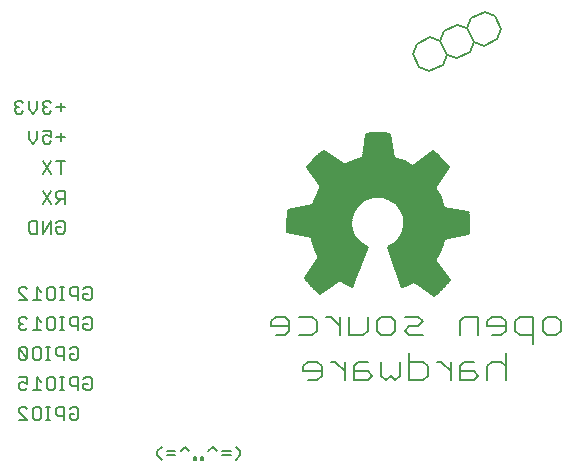
<source format=gbo>
G75*
%MOIN*%
%OFA0B0*%
%FSLAX25Y25*%
%IPPOS*%
%LPD*%
%AMOC8*
5,1,8,0,0,1.08239X$1,22.5*
%
%ADD10C,0.00800*%
%ADD11C,0.00500*%
%ADD12C,0.00600*%
D10*
X0043929Y0025270D02*
X0046732Y0025270D01*
X0043929Y0028072D01*
X0043929Y0028773D01*
X0044630Y0029474D01*
X0046031Y0029474D01*
X0046732Y0028773D01*
X0048533Y0028773D02*
X0049234Y0029474D01*
X0050635Y0029474D01*
X0051335Y0028773D01*
X0051335Y0025971D01*
X0050635Y0025270D01*
X0049234Y0025270D01*
X0048533Y0025971D01*
X0048533Y0028773D01*
X0053004Y0029474D02*
X0054405Y0029474D01*
X0053704Y0029474D02*
X0053704Y0025270D01*
X0053004Y0025270D02*
X0054405Y0025270D01*
X0056206Y0027372D02*
X0056907Y0026671D01*
X0059009Y0026671D01*
X0059009Y0025270D02*
X0059009Y0029474D01*
X0056907Y0029474D01*
X0056206Y0028773D01*
X0056206Y0027372D01*
X0060810Y0027372D02*
X0060810Y0025971D01*
X0061511Y0025270D01*
X0062912Y0025270D01*
X0063613Y0025971D01*
X0063613Y0028773D01*
X0062912Y0029474D01*
X0061511Y0029474D01*
X0060810Y0028773D01*
X0060810Y0027372D02*
X0062211Y0027372D01*
X0063613Y0035270D02*
X0063613Y0039474D01*
X0061511Y0039474D01*
X0060810Y0038773D01*
X0060810Y0037372D01*
X0061511Y0036671D01*
X0063613Y0036671D01*
X0065414Y0035971D02*
X0066115Y0035270D01*
X0067516Y0035270D01*
X0068217Y0035971D01*
X0068217Y0038773D01*
X0067516Y0039474D01*
X0066115Y0039474D01*
X0065414Y0038773D01*
X0065414Y0037372D02*
X0066815Y0037372D01*
X0065414Y0037372D02*
X0065414Y0035971D01*
X0059009Y0035270D02*
X0057607Y0035270D01*
X0058308Y0035270D02*
X0058308Y0039474D01*
X0059009Y0039474D02*
X0057607Y0039474D01*
X0055939Y0038773D02*
X0055939Y0035971D01*
X0055239Y0035270D01*
X0053838Y0035270D01*
X0053137Y0035971D01*
X0053137Y0038773D01*
X0053838Y0039474D01*
X0055239Y0039474D01*
X0055939Y0038773D01*
X0051335Y0038072D02*
X0049934Y0039474D01*
X0049934Y0035270D01*
X0051335Y0035270D02*
X0048533Y0035270D01*
X0046732Y0035971D02*
X0046031Y0035270D01*
X0044630Y0035270D01*
X0043929Y0035971D01*
X0043929Y0037372D01*
X0044630Y0038072D01*
X0045330Y0038072D01*
X0046732Y0037372D01*
X0046732Y0039474D01*
X0043929Y0039474D01*
X0044630Y0045270D02*
X0046031Y0045270D01*
X0046732Y0045971D01*
X0043929Y0048773D01*
X0043929Y0045971D01*
X0044630Y0045270D01*
X0046732Y0045971D02*
X0046732Y0048773D01*
X0046031Y0049474D01*
X0044630Y0049474D01*
X0043929Y0048773D01*
X0048533Y0048773D02*
X0049234Y0049474D01*
X0050635Y0049474D01*
X0051335Y0048773D01*
X0051335Y0045971D01*
X0050635Y0045270D01*
X0049234Y0045270D01*
X0048533Y0045971D01*
X0048533Y0048773D01*
X0053004Y0049474D02*
X0054405Y0049474D01*
X0053704Y0049474D02*
X0053704Y0045270D01*
X0053004Y0045270D02*
X0054405Y0045270D01*
X0056206Y0047372D02*
X0056907Y0046671D01*
X0059009Y0046671D01*
X0059009Y0045270D02*
X0059009Y0049474D01*
X0056907Y0049474D01*
X0056206Y0048773D01*
X0056206Y0047372D01*
X0060810Y0047372D02*
X0060810Y0045971D01*
X0061511Y0045270D01*
X0062912Y0045270D01*
X0063613Y0045971D01*
X0063613Y0048773D01*
X0062912Y0049474D01*
X0061511Y0049474D01*
X0060810Y0048773D01*
X0060810Y0047372D02*
X0062211Y0047372D01*
X0063613Y0055270D02*
X0063613Y0059474D01*
X0061511Y0059474D01*
X0060810Y0058773D01*
X0060810Y0057372D01*
X0061511Y0056671D01*
X0063613Y0056671D01*
X0065414Y0055971D02*
X0065414Y0057372D01*
X0066815Y0057372D01*
X0065414Y0058773D02*
X0066115Y0059474D01*
X0067516Y0059474D01*
X0068217Y0058773D01*
X0068217Y0055971D01*
X0067516Y0055270D01*
X0066115Y0055270D01*
X0065414Y0055971D01*
X0059009Y0055270D02*
X0057607Y0055270D01*
X0058308Y0055270D02*
X0058308Y0059474D01*
X0059009Y0059474D02*
X0057607Y0059474D01*
X0055939Y0058773D02*
X0055939Y0055971D01*
X0055239Y0055270D01*
X0053838Y0055270D01*
X0053137Y0055971D01*
X0053137Y0058773D01*
X0053838Y0059474D01*
X0055239Y0059474D01*
X0055939Y0058773D01*
X0051335Y0058072D02*
X0049934Y0059474D01*
X0049934Y0055270D01*
X0051335Y0055270D02*
X0048533Y0055270D01*
X0046732Y0055971D02*
X0046031Y0055270D01*
X0044630Y0055270D01*
X0043929Y0055971D01*
X0043929Y0056671D01*
X0044630Y0057372D01*
X0045330Y0057372D01*
X0044630Y0057372D02*
X0043929Y0058072D01*
X0043929Y0058773D01*
X0044630Y0059474D01*
X0046031Y0059474D01*
X0046732Y0058773D01*
X0046732Y0065270D02*
X0043929Y0065270D01*
X0043929Y0068072D02*
X0046732Y0065270D01*
X0048533Y0065270D02*
X0051335Y0065270D01*
X0049934Y0065270D02*
X0049934Y0069474D01*
X0051335Y0068072D01*
X0053137Y0068773D02*
X0053838Y0069474D01*
X0055239Y0069474D01*
X0055939Y0068773D01*
X0055939Y0065971D01*
X0055239Y0065270D01*
X0053838Y0065270D01*
X0053137Y0065971D01*
X0053137Y0068773D01*
X0057607Y0069474D02*
X0059009Y0069474D01*
X0058308Y0069474D02*
X0058308Y0065270D01*
X0059009Y0065270D02*
X0057607Y0065270D01*
X0060810Y0067372D02*
X0061511Y0066671D01*
X0063613Y0066671D01*
X0063613Y0065270D02*
X0063613Y0069474D01*
X0061511Y0069474D01*
X0060810Y0068773D01*
X0060810Y0067372D01*
X0065414Y0067372D02*
X0066815Y0067372D01*
X0065414Y0067372D02*
X0065414Y0065971D01*
X0066115Y0065270D01*
X0067516Y0065270D01*
X0068217Y0065971D01*
X0068217Y0068773D01*
X0067516Y0069474D01*
X0066115Y0069474D01*
X0065414Y0068773D01*
X0046732Y0068773D02*
X0046031Y0069474D01*
X0044630Y0069474D01*
X0043929Y0068773D01*
X0043929Y0068072D01*
X0047865Y0087396D02*
X0047165Y0088097D01*
X0047165Y0090899D01*
X0047865Y0091600D01*
X0049967Y0091600D01*
X0049967Y0087396D01*
X0047865Y0087396D01*
X0051768Y0087396D02*
X0051768Y0091600D01*
X0054571Y0091600D02*
X0051768Y0087396D01*
X0054571Y0087396D02*
X0054571Y0091600D01*
X0056372Y0090899D02*
X0057073Y0091600D01*
X0058474Y0091600D01*
X0059175Y0090899D01*
X0059175Y0088097D01*
X0058474Y0087396D01*
X0057073Y0087396D01*
X0056372Y0088097D01*
X0056372Y0089498D01*
X0057774Y0089498D01*
X0059175Y0097396D02*
X0059175Y0101600D01*
X0057073Y0101600D01*
X0056372Y0100899D01*
X0056372Y0099498D01*
X0057073Y0098797D01*
X0059175Y0098797D01*
X0057774Y0098797D02*
X0056372Y0097396D01*
X0054571Y0097396D02*
X0051768Y0101600D01*
X0054571Y0101600D02*
X0051768Y0097396D01*
X0051768Y0107396D02*
X0054571Y0111600D01*
X0056372Y0111600D02*
X0059175Y0111600D01*
X0057774Y0111600D02*
X0057774Y0107396D01*
X0054571Y0107396D02*
X0051768Y0111600D01*
X0052469Y0117396D02*
X0053870Y0117396D01*
X0054571Y0118097D01*
X0054571Y0119498D02*
X0053170Y0120198D01*
X0052469Y0120198D01*
X0051768Y0119498D01*
X0051768Y0118097D01*
X0052469Y0117396D01*
X0049967Y0118797D02*
X0048566Y0117396D01*
X0047165Y0118797D01*
X0047165Y0121600D01*
X0049967Y0121600D02*
X0049967Y0118797D01*
X0054571Y0119498D02*
X0054571Y0121600D01*
X0051768Y0121600D01*
X0056372Y0119498D02*
X0059175Y0119498D01*
X0057774Y0120899D02*
X0057774Y0118097D01*
X0053870Y0127396D02*
X0054571Y0128097D01*
X0053870Y0127396D02*
X0052469Y0127396D01*
X0051768Y0128097D01*
X0051768Y0128797D01*
X0052469Y0129498D01*
X0053170Y0129498D01*
X0052469Y0129498D02*
X0051768Y0130198D01*
X0051768Y0130899D01*
X0052469Y0131600D01*
X0053870Y0131600D01*
X0054571Y0130899D01*
X0056372Y0129498D02*
X0059175Y0129498D01*
X0057774Y0130899D02*
X0057774Y0128097D01*
X0049967Y0128797D02*
X0049967Y0131600D01*
X0047165Y0131600D02*
X0047165Y0128797D01*
X0048566Y0127396D01*
X0049967Y0128797D01*
X0045363Y0128097D02*
X0044662Y0127396D01*
X0043261Y0127396D01*
X0042561Y0128097D01*
X0042561Y0128797D01*
X0043261Y0129498D01*
X0043962Y0129498D01*
X0043261Y0129498D02*
X0042561Y0130198D01*
X0042561Y0130899D01*
X0043261Y0131600D01*
X0044662Y0131600D01*
X0045363Y0130899D01*
X0127917Y0058117D02*
X0129452Y0059652D01*
X0132521Y0059652D01*
X0134056Y0058117D01*
X0134056Y0055048D01*
X0132521Y0053513D01*
X0129452Y0053513D01*
X0127917Y0056583D02*
X0134056Y0056583D01*
X0137125Y0053513D02*
X0141729Y0053513D01*
X0143264Y0055048D01*
X0143264Y0058117D01*
X0141729Y0059652D01*
X0137125Y0059652D01*
X0146333Y0059652D02*
X0147868Y0059652D01*
X0150937Y0056583D01*
X0150937Y0059652D02*
X0150937Y0053513D01*
X0154006Y0053513D02*
X0154006Y0059652D01*
X0160145Y0059652D02*
X0160145Y0055048D01*
X0158610Y0053513D01*
X0154006Y0053513D01*
X0163214Y0055048D02*
X0163214Y0058117D01*
X0164749Y0059652D01*
X0167818Y0059652D01*
X0169353Y0058117D01*
X0169353Y0055048D01*
X0167818Y0053513D01*
X0164749Y0053513D01*
X0163214Y0055048D01*
X0172422Y0055048D02*
X0173957Y0056583D01*
X0177026Y0056583D01*
X0178561Y0058117D01*
X0177026Y0059652D01*
X0172422Y0059652D01*
X0172422Y0055048D02*
X0173957Y0053513D01*
X0178561Y0053513D01*
X0190838Y0053513D02*
X0190838Y0058117D01*
X0192372Y0059652D01*
X0196976Y0059652D01*
X0196976Y0053513D01*
X0200046Y0056583D02*
X0206184Y0056583D01*
X0206184Y0058117D02*
X0206184Y0055048D01*
X0204650Y0053513D01*
X0201580Y0053513D01*
X0200046Y0056583D02*
X0200046Y0058117D01*
X0201580Y0059652D01*
X0204650Y0059652D01*
X0206184Y0058117D01*
X0209254Y0058117D02*
X0209254Y0055048D01*
X0210788Y0053513D01*
X0215392Y0053513D01*
X0218461Y0055048D02*
X0218461Y0058117D01*
X0219996Y0059652D01*
X0223065Y0059652D01*
X0224600Y0058117D01*
X0224600Y0055048D01*
X0223065Y0053513D01*
X0219996Y0053513D01*
X0218461Y0055048D01*
X0215392Y0050444D02*
X0215392Y0059652D01*
X0210788Y0059652D01*
X0209254Y0058117D01*
X0206184Y0047721D02*
X0206184Y0038513D01*
X0200046Y0038513D02*
X0200046Y0043117D01*
X0201580Y0044652D01*
X0204650Y0044652D01*
X0206184Y0043117D01*
X0196976Y0040048D02*
X0195442Y0041583D01*
X0190838Y0041583D01*
X0190838Y0043117D02*
X0190838Y0038513D01*
X0195442Y0038513D01*
X0196976Y0040048D01*
X0192372Y0044652D02*
X0190838Y0043117D01*
X0192372Y0044652D02*
X0195442Y0044652D01*
X0187769Y0044652D02*
X0187769Y0038513D01*
X0187769Y0041583D02*
X0184699Y0044652D01*
X0183165Y0044652D01*
X0180095Y0043117D02*
X0178561Y0044652D01*
X0173957Y0044652D01*
X0173957Y0047721D02*
X0173957Y0038513D01*
X0178561Y0038513D01*
X0180095Y0040048D01*
X0180095Y0043117D01*
X0170887Y0044652D02*
X0170887Y0040048D01*
X0169353Y0038513D01*
X0167818Y0040048D01*
X0166284Y0038513D01*
X0164749Y0040048D01*
X0164749Y0044652D01*
X0160145Y0044652D02*
X0157076Y0044652D01*
X0155541Y0043117D01*
X0155541Y0038513D01*
X0160145Y0038513D01*
X0161680Y0040048D01*
X0160145Y0041583D01*
X0155541Y0041583D01*
X0152472Y0041583D02*
X0149402Y0044652D01*
X0147868Y0044652D01*
X0144798Y0043117D02*
X0143264Y0044652D01*
X0140195Y0044652D01*
X0138660Y0043117D01*
X0138660Y0041583D01*
X0144798Y0041583D01*
X0144798Y0043117D02*
X0144798Y0040048D01*
X0143264Y0038513D01*
X0140195Y0038513D01*
X0152472Y0038513D02*
X0152472Y0044652D01*
X0127917Y0056583D02*
X0127917Y0058117D01*
X0116159Y0016265D02*
X0117561Y0014864D01*
X0117561Y0013463D01*
X0116159Y0012061D01*
X0114491Y0013463D02*
X0111689Y0013463D01*
X0111689Y0014864D02*
X0114491Y0014864D01*
X0109887Y0014864D02*
X0108486Y0016265D01*
X0107085Y0014864D01*
X0105284Y0012762D02*
X0105284Y0012061D01*
X0104583Y0012061D01*
X0104583Y0012762D01*
X0105284Y0012762D01*
X0102982Y0012762D02*
X0102982Y0012061D01*
X0102281Y0012061D01*
X0102281Y0012762D01*
X0102982Y0012762D01*
X0100680Y0014864D02*
X0099278Y0016265D01*
X0097877Y0014864D01*
X0096076Y0014864D02*
X0093273Y0014864D01*
X0093273Y0013463D02*
X0096076Y0013463D01*
X0091472Y0012061D02*
X0090071Y0013463D01*
X0090071Y0014864D01*
X0091472Y0016265D01*
D11*
X0142548Y0068813D02*
X0144248Y0067313D01*
X0150848Y0072013D01*
X0152048Y0071213D01*
X0153648Y0070313D01*
X0154948Y0069713D01*
X0160148Y0082913D01*
X0158934Y0083500D01*
X0157826Y0084269D01*
X0156852Y0085202D01*
X0156036Y0086276D01*
X0155398Y0087464D01*
X0154953Y0088738D01*
X0154713Y0090065D01*
X0154684Y0091413D01*
X0154865Y0092749D01*
X0155254Y0094041D01*
X0155839Y0095256D01*
X0156607Y0096364D01*
X0157539Y0097339D01*
X0158612Y0098156D01*
X0159800Y0098795D01*
X0161073Y0099241D01*
X0162400Y0099483D01*
X0163748Y0099513D01*
X0165071Y0099419D01*
X0166363Y0099122D01*
X0167594Y0098630D01*
X0168735Y0097953D01*
X0169758Y0097109D01*
X0170638Y0096118D01*
X0171355Y0095002D01*
X0171892Y0093790D01*
X0172235Y0092509D01*
X0172377Y0091190D01*
X0172314Y0089866D01*
X0172048Y0088567D01*
X0171585Y0087324D01*
X0170936Y0086168D01*
X0170116Y0085126D01*
X0169146Y0084222D01*
X0168048Y0083479D01*
X0166848Y0082913D01*
X0171548Y0069413D01*
X0172748Y0069913D01*
X0174148Y0070613D01*
X0175548Y0071413D01*
X0182148Y0066713D01*
X0183448Y0067713D01*
X0185048Y0069113D01*
X0186248Y0070413D01*
X0187448Y0071813D01*
X0182748Y0078513D01*
X0183848Y0080613D01*
X0184648Y0082413D01*
X0185248Y0083913D01*
X0185648Y0085713D01*
X0193748Y0087213D01*
X0193848Y0088813D01*
X0193848Y0093313D01*
X0193748Y0094613D01*
X0185648Y0095813D01*
X0185048Y0097913D01*
X0184448Y0099513D01*
X0183648Y0101213D01*
X0182648Y0102713D01*
X0187348Y0109513D01*
X0186048Y0110913D01*
X0184748Y0112313D01*
X0183448Y0113513D01*
X0181948Y0114813D01*
X0175248Y0110013D01*
X0174048Y0110613D01*
X0172448Y0111413D01*
X0170848Y0112013D01*
X0168948Y0112613D01*
X0167848Y0118413D01*
X0167448Y0120713D01*
X0165748Y0120913D01*
X0161648Y0120913D01*
X0159748Y0120713D01*
X0158448Y0112713D01*
X0156948Y0112213D01*
X0155348Y0111613D01*
X0153648Y0110913D01*
X0152448Y0110213D01*
X0145448Y0115013D01*
X0143748Y0113513D01*
X0142248Y0112213D01*
X0141148Y0110913D01*
X0139948Y0109513D01*
X0144648Y0102913D01*
X0144048Y0101913D01*
X0143448Y0100813D01*
X0142548Y0098913D01*
X0141948Y0096813D01*
X0133648Y0095213D01*
X0133448Y0093113D01*
X0133348Y0091113D01*
X0133348Y0087813D01*
X0141448Y0086313D01*
X0141748Y0085113D01*
X0142348Y0083113D01*
X0143048Y0081213D01*
X0143848Y0079513D01*
X0139148Y0072713D01*
X0139848Y0071813D01*
X0140948Y0070513D01*
X0142548Y0068813D01*
X0142814Y0068578D02*
X0146025Y0068578D01*
X0146725Y0069077D02*
X0142300Y0069077D01*
X0141831Y0069575D02*
X0147425Y0069575D01*
X0148125Y0070074D02*
X0141362Y0070074D01*
X0140898Y0070573D02*
X0148825Y0070573D01*
X0149525Y0071071D02*
X0140476Y0071071D01*
X0140054Y0071570D02*
X0150225Y0071570D01*
X0151514Y0071570D02*
X0155679Y0071570D01*
X0155876Y0072068D02*
X0139650Y0072068D01*
X0139262Y0072567D02*
X0156072Y0072567D01*
X0156268Y0073065D02*
X0139391Y0073065D01*
X0139736Y0073564D02*
X0156465Y0073564D01*
X0156661Y0074062D02*
X0140080Y0074062D01*
X0140425Y0074561D02*
X0156858Y0074561D01*
X0157054Y0075059D02*
X0140769Y0075059D01*
X0141114Y0075558D02*
X0157250Y0075558D01*
X0157447Y0076056D02*
X0141458Y0076056D01*
X0141803Y0076555D02*
X0157643Y0076555D01*
X0157839Y0077053D02*
X0142148Y0077053D01*
X0142492Y0077552D02*
X0158036Y0077552D01*
X0158232Y0078050D02*
X0142837Y0078050D01*
X0143181Y0078549D02*
X0158429Y0078549D01*
X0158625Y0079047D02*
X0143526Y0079047D01*
X0143833Y0079546D02*
X0158821Y0079546D01*
X0159018Y0080044D02*
X0143598Y0080044D01*
X0143364Y0080543D02*
X0159214Y0080543D01*
X0159411Y0081041D02*
X0143129Y0081041D01*
X0142928Y0081540D02*
X0159607Y0081540D01*
X0159803Y0082038D02*
X0142744Y0082038D01*
X0142560Y0082537D02*
X0160000Y0082537D01*
X0159896Y0083035D02*
X0142377Y0083035D01*
X0142222Y0083534D02*
X0158885Y0083534D01*
X0158167Y0084032D02*
X0142072Y0084032D01*
X0141923Y0084531D02*
X0157553Y0084531D01*
X0157033Y0085029D02*
X0141773Y0085029D01*
X0141644Y0085528D02*
X0156605Y0085528D01*
X0156226Y0086026D02*
X0141520Y0086026D01*
X0140306Y0086525D02*
X0155902Y0086525D01*
X0155635Y0087023D02*
X0137614Y0087023D01*
X0134922Y0087522D02*
X0155378Y0087522D01*
X0155204Y0088020D02*
X0133348Y0088020D01*
X0133348Y0088519D02*
X0155030Y0088519D01*
X0154903Y0089017D02*
X0133348Y0089017D01*
X0133348Y0089516D02*
X0154813Y0089516D01*
X0154722Y0090014D02*
X0133348Y0090014D01*
X0133348Y0090513D02*
X0154704Y0090513D01*
X0154693Y0091011D02*
X0133348Y0091011D01*
X0133368Y0091510D02*
X0154697Y0091510D01*
X0154765Y0092008D02*
X0133393Y0092008D01*
X0133418Y0092507D02*
X0154833Y0092507D01*
X0154942Y0093006D02*
X0133443Y0093006D01*
X0133485Y0093504D02*
X0155092Y0093504D01*
X0155242Y0094003D02*
X0133533Y0094003D01*
X0133580Y0094501D02*
X0155475Y0094501D01*
X0155716Y0095000D02*
X0133628Y0095000D01*
X0135125Y0095498D02*
X0156007Y0095498D01*
X0156353Y0095997D02*
X0137711Y0095997D01*
X0140297Y0096495D02*
X0156732Y0096495D01*
X0157209Y0096994D02*
X0142000Y0096994D01*
X0142142Y0097492D02*
X0157740Y0097492D01*
X0158395Y0097991D02*
X0142284Y0097991D01*
X0142427Y0098489D02*
X0159231Y0098489D01*
X0160349Y0098988D02*
X0142583Y0098988D01*
X0142819Y0099486D02*
X0162559Y0099486D01*
X0164130Y0099486D02*
X0184458Y0099486D01*
X0184645Y0098988D02*
X0166700Y0098988D01*
X0167831Y0098489D02*
X0184832Y0098489D01*
X0185019Y0097991D02*
X0168672Y0097991D01*
X0169294Y0097492D02*
X0185168Y0097492D01*
X0185311Y0096994D02*
X0169860Y0096994D01*
X0170303Y0096495D02*
X0185453Y0096495D01*
X0185596Y0095997D02*
X0170716Y0095997D01*
X0171037Y0095498D02*
X0187776Y0095498D01*
X0191141Y0095000D02*
X0171356Y0095000D01*
X0171577Y0094501D02*
X0193757Y0094501D01*
X0193795Y0094003D02*
X0171798Y0094003D01*
X0171969Y0093504D02*
X0193833Y0093504D01*
X0193848Y0093006D02*
X0172102Y0093006D01*
X0172236Y0092507D02*
X0193848Y0092507D01*
X0193848Y0092008D02*
X0172289Y0092008D01*
X0172343Y0091510D02*
X0193848Y0091510D01*
X0193848Y0091011D02*
X0172369Y0091011D01*
X0172345Y0090513D02*
X0193848Y0090513D01*
X0193848Y0090014D02*
X0172322Y0090014D01*
X0172243Y0089516D02*
X0193848Y0089516D01*
X0193848Y0089017D02*
X0172141Y0089017D01*
X0172030Y0088519D02*
X0193830Y0088519D01*
X0193798Y0088020D02*
X0171844Y0088020D01*
X0171659Y0087522D02*
X0193767Y0087522D01*
X0192722Y0087023D02*
X0171416Y0087023D01*
X0171136Y0086525D02*
X0190030Y0086525D01*
X0187338Y0086026D02*
X0170824Y0086026D01*
X0170432Y0085528D02*
X0185607Y0085528D01*
X0185496Y0085029D02*
X0170013Y0085029D01*
X0169477Y0084531D02*
X0185385Y0084531D01*
X0185274Y0084032D02*
X0168866Y0084032D01*
X0168129Y0083534D02*
X0185096Y0083534D01*
X0184897Y0083035D02*
X0167107Y0083035D01*
X0166979Y0082537D02*
X0184697Y0082537D01*
X0184481Y0082038D02*
X0167153Y0082038D01*
X0167326Y0081540D02*
X0184260Y0081540D01*
X0184038Y0081041D02*
X0167500Y0081041D01*
X0167673Y0080543D02*
X0183811Y0080543D01*
X0183550Y0080044D02*
X0167847Y0080044D01*
X0168020Y0079546D02*
X0183289Y0079546D01*
X0183028Y0079047D02*
X0168194Y0079047D01*
X0168368Y0078549D02*
X0182767Y0078549D01*
X0183073Y0078050D02*
X0168541Y0078050D01*
X0168715Y0077552D02*
X0183423Y0077552D01*
X0183772Y0077053D02*
X0168888Y0077053D01*
X0169062Y0076555D02*
X0184122Y0076555D01*
X0184472Y0076056D02*
X0169235Y0076056D01*
X0169409Y0075558D02*
X0184821Y0075558D01*
X0185171Y0075059D02*
X0169582Y0075059D01*
X0169756Y0074561D02*
X0185521Y0074561D01*
X0185871Y0074062D02*
X0169930Y0074062D01*
X0170103Y0073564D02*
X0186220Y0073564D01*
X0186570Y0073065D02*
X0170277Y0073065D01*
X0170450Y0072567D02*
X0186920Y0072567D01*
X0187269Y0072068D02*
X0170624Y0072068D01*
X0170797Y0071570D02*
X0187239Y0071570D01*
X0186812Y0071071D02*
X0176029Y0071071D01*
X0176729Y0070573D02*
X0186384Y0070573D01*
X0185935Y0070074D02*
X0177429Y0070074D01*
X0178129Y0069575D02*
X0185475Y0069575D01*
X0185006Y0069077D02*
X0178829Y0069077D01*
X0179529Y0068578D02*
X0184437Y0068578D01*
X0183867Y0068080D02*
X0180229Y0068080D01*
X0180929Y0067581D02*
X0183277Y0067581D01*
X0182628Y0067083D02*
X0181629Y0067083D01*
X0174066Y0070573D02*
X0171144Y0070573D01*
X0170971Y0071071D02*
X0174949Y0071071D01*
X0173069Y0070074D02*
X0171318Y0070074D01*
X0171492Y0069575D02*
X0171937Y0069575D01*
X0155483Y0071071D02*
X0152301Y0071071D01*
X0153187Y0070573D02*
X0155286Y0070573D01*
X0155090Y0070074D02*
X0154167Y0070074D01*
X0145324Y0068080D02*
X0143379Y0068080D01*
X0143944Y0067581D02*
X0144624Y0067581D01*
X0143055Y0099985D02*
X0184226Y0099985D01*
X0183992Y0100483D02*
X0143292Y0100483D01*
X0143540Y0100982D02*
X0183757Y0100982D01*
X0183470Y0101480D02*
X0143812Y0101480D01*
X0144087Y0101979D02*
X0183138Y0101979D01*
X0182805Y0102477D02*
X0144386Y0102477D01*
X0144604Y0102976D02*
X0182829Y0102976D01*
X0183174Y0103474D02*
X0144249Y0103474D01*
X0143894Y0103973D02*
X0183518Y0103973D01*
X0183863Y0104471D02*
X0143539Y0104471D01*
X0143184Y0104970D02*
X0184208Y0104970D01*
X0184552Y0105468D02*
X0142829Y0105468D01*
X0142474Y0105967D02*
X0184897Y0105967D01*
X0185241Y0106465D02*
X0142119Y0106465D01*
X0141764Y0106964D02*
X0185586Y0106964D01*
X0185930Y0107462D02*
X0141409Y0107462D01*
X0141054Y0107961D02*
X0186275Y0107961D01*
X0186620Y0108459D02*
X0140699Y0108459D01*
X0140344Y0108958D02*
X0186964Y0108958D01*
X0187309Y0109456D02*
X0139989Y0109456D01*
X0140326Y0109955D02*
X0186938Y0109955D01*
X0186475Y0110453D02*
X0175862Y0110453D01*
X0176558Y0110952D02*
X0186012Y0110952D01*
X0185549Y0111450D02*
X0177254Y0111450D01*
X0177950Y0111949D02*
X0185086Y0111949D01*
X0184603Y0112447D02*
X0178646Y0112447D01*
X0179341Y0112946D02*
X0184063Y0112946D01*
X0183523Y0113444D02*
X0180037Y0113444D01*
X0180733Y0113943D02*
X0182952Y0113943D01*
X0182377Y0114441D02*
X0181429Y0114441D01*
X0174368Y0110453D02*
X0152859Y0110453D01*
X0152098Y0110453D02*
X0140754Y0110453D01*
X0141181Y0110952D02*
X0151371Y0110952D01*
X0150644Y0111450D02*
X0141602Y0111450D01*
X0142024Y0111949D02*
X0149917Y0111949D01*
X0149190Y0112447D02*
X0142518Y0112447D01*
X0143093Y0112946D02*
X0148463Y0112946D01*
X0147736Y0113444D02*
X0143669Y0113444D01*
X0144235Y0113943D02*
X0147009Y0113943D01*
X0146282Y0114441D02*
X0144800Y0114441D01*
X0145365Y0114940D02*
X0145555Y0114940D01*
X0153742Y0110952D02*
X0173371Y0110952D01*
X0172349Y0111450D02*
X0154952Y0111450D01*
X0156243Y0111949D02*
X0171020Y0111949D01*
X0169473Y0112447D02*
X0157650Y0112447D01*
X0158486Y0112946D02*
X0168885Y0112946D01*
X0168790Y0113444D02*
X0158567Y0113444D01*
X0158648Y0113943D02*
X0168696Y0113943D01*
X0168601Y0114441D02*
X0158729Y0114441D01*
X0158810Y0114940D02*
X0168507Y0114940D01*
X0168412Y0115439D02*
X0158891Y0115439D01*
X0158972Y0115937D02*
X0168318Y0115937D01*
X0168223Y0116436D02*
X0159053Y0116436D01*
X0159134Y0116934D02*
X0168129Y0116934D01*
X0168034Y0117433D02*
X0159215Y0117433D01*
X0159296Y0117931D02*
X0167939Y0117931D01*
X0167845Y0118430D02*
X0159377Y0118430D01*
X0159458Y0118928D02*
X0167759Y0118928D01*
X0167672Y0119427D02*
X0159539Y0119427D01*
X0159620Y0119925D02*
X0167585Y0119925D01*
X0167498Y0120424D02*
X0159701Y0120424D01*
D12*
X0177391Y0142781D02*
X0180713Y0141572D01*
X0185245Y0143685D01*
X0186454Y0147007D01*
X0189776Y0145798D01*
X0194308Y0147911D01*
X0195517Y0151233D01*
X0198840Y0150024D01*
X0203371Y0152137D01*
X0204580Y0155459D01*
X0202467Y0159991D01*
X0199145Y0161200D01*
X0194613Y0159087D01*
X0193404Y0155765D01*
X0190082Y0156974D01*
X0185550Y0154861D01*
X0184341Y0151538D01*
X0181019Y0152748D01*
X0176487Y0150635D01*
X0175278Y0147312D01*
X0177391Y0142781D01*
X0186454Y0147007D02*
X0184341Y0151538D01*
X0193404Y0155765D02*
X0195517Y0151233D01*
M02*

</source>
